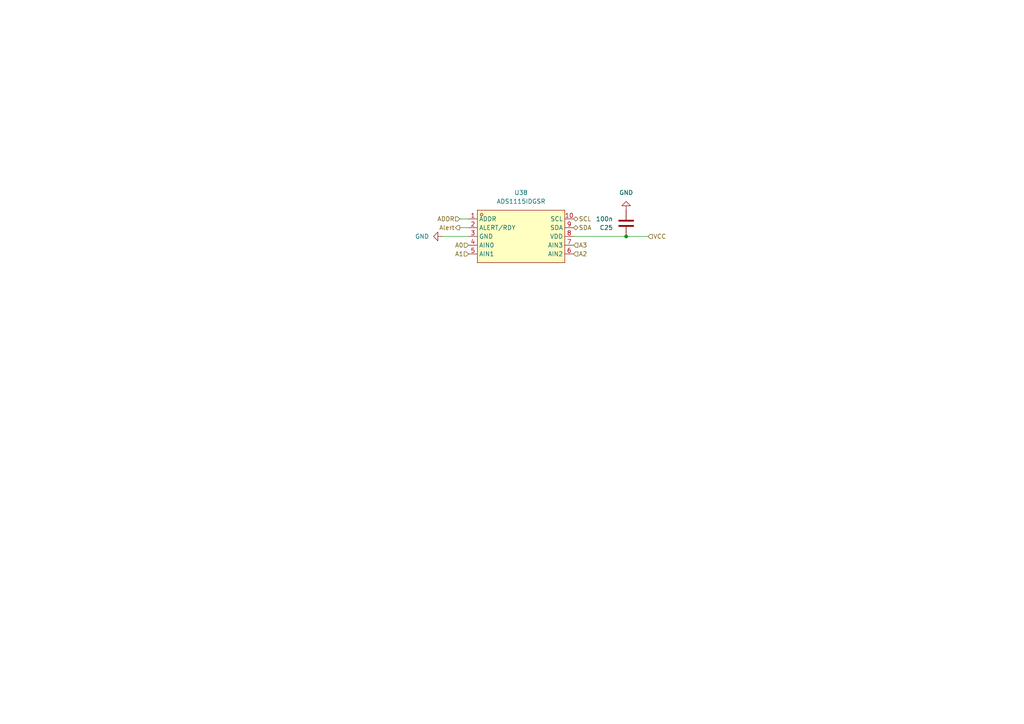
<source format=kicad_sch>
(kicad_sch (version 20250114) (generator "eeschema") (generator_version "9.0")
  (paper "A4")
  (lib_symbols
    (symbol "COMPONENTS:ADS1115IDGSR"
      (property "Reference" "U" (at 0 10.16 0))
      (property "Value" "ADS1115IDGSR" (at 0 -10.16 0))
      (symbol "ADS1115IDGSR_0_1"
        (rectangle (start -12.7 7.62) (end 12.7 -7.62) (fill (type background)))
        (circle (center -11.43 6.35) (radius 0.38))
        (pin unspecified line (at -15.24 5.08 0) (length 2.54) (name "ADDR") (number "1"))
        (pin unspecified line (at -15.24 2.54 0) (length 2.54) (name "ALERT/RDY") (number "2"))
        (pin unspecified line (at -15.24 0 0) (length 2.54) (name "GND") (number "3"))
        (pin unspecified line (at -15.24 -2.54 0) (length 2.54) (name "AIN0") (number "4"))
        (pin unspecified line (at -15.24 -5.08 0) (length 2.54) (name "AIN1") (number "5"))
        (pin unspecified line (at 15.24 5.08 180) (length 2.54) (name "SCL") (number "10"))
        (pin unspecified line (at 15.24 2.54 180) (length 2.54) (name "SDA") (number "9"))
        (pin unspecified line (at 15.24 0 180) (length 2.54) (name "VDD") (number "8"))
        (pin unspecified line (at 15.24 -2.54 180) (length 2.54) (name "AIN3") (number "7"))
        (pin unspecified line (at 15.24 -5.08 180) (length 2.54) (name "AIN2") (number "6"))
      )
    )
    (symbol "Device:C" (pin_numbers (hide yes)) (pin_names (offset 0.254))
      (property "Reference" "C" (at 0.635 2.54 0))
      (property "Value" "C" (at 0.635 -2.54 0))
      (symbol "C_0_1"
        (polyline (pts (xy -2.032 0.762) (xy 2.032 0.762)) (stroke (width 0.508)))
        (polyline (pts (xy -2.032 -0.762) (xy 2.032 -0.762)) (stroke (width 0.508)))
      )
      (symbol "C_1_1"
        (pin passive line (at 0 3.81 270) (length 2.794) (name "~") (number "1"))
        (pin passive line (at 0 -3.81 90) (length 2.794) (name "~") (number "2"))
      )
    )
    (symbol "power:GND" (power) (pin_numbers (hide yes)) (pin_names (offset 0) (hide yes))
      (property "Value" "GND" (at 0 -3.81 0))
      (symbol "GND_0_1"
        (polyline (pts (xy 0 0) (xy 0 -1.27) (xy 1.27 -1.27) (xy 0 -2.54) (xy -1.27 -1.27) (xy 0 -1.27)))
      )
      (symbol "GND_1_1"
        (pin power_in line (at 0 0 270) (length 0) (name "~") (number "1"))
      )
    )
  )
  (junction (at 181.61 68.58))
  (wire (pts (xy 128.27 68.58) (xy 135.89 68.58)))
  (wire (pts (xy 133.35 63.5) (xy 135.89 63.5)))
  (wire (pts (xy 181.61 68.58) (xy 187.96 68.58)))
  (wire (pts (xy 133.35 66.04) (xy 135.89 66.04)))
  (wire (pts (xy 166.37 68.58) (xy 181.61 68.58)))
  (hierarchical_label "Alert" (shape output) (at 133.35 66.04 180))
  (hierarchical_label "ADDR" (shape input) (at 133.35 63.5 180))
  (hierarchical_label "A1" (shape input) (at 135.89 73.66 180))
  (hierarchical_label "A2" (shape input) (at 166.37 73.66 0))
  (hierarchical_label "VCC" (shape input) (at 187.96 68.58 0))
  (hierarchical_label "A0" (shape input) (at 135.89 71.12 180))
  (hierarchical_label "SDA" (shape bidirectional) (at 166.37 66.04 0))
  (hierarchical_label "A3" (shape input) (at 166.37 71.12 0))
  (hierarchical_label "SCL" (shape bidirectional) (at 166.37 63.5 0))
  (symbol (lib_id "power:GND") (at 128.27 68.58 270) (unit 1)
    (property "Reference" "#PWR0167" (effects (hide yes)))
    (property "Value" "GND" (at 124.46 68.5799 90) (effects (justify right)))
    (property "Description" "Power symbol creates a global label with name \"GND\" , ground" (effects (hide yes)))
    (instances (project "Backplane" (path "" (reference "#PWR0167") (unit 1)) (path "" (reference "#PWR0168") (unit 1)) (path "" (reference "#PWR081") (unit 1)) (path "" (reference "#PWR091") (unit 1))))
  )
  (symbol (lib_id "COMPONENTS:ADS1115IDGSR") (at 151.13 68.58 0) (unit 1)
    (property "Reference" "U38" (at 151.13 55.88 0))
    (property "Value" "ADS1115IDGSR" (at 151.13 58.42 0))
    (property "Footprint" "COMPONENTS:MSOP-10_L3.0-W3.0-P0.50-LS5.0-BL" (effects (hide yes)))
    (property "Datasheet" "https://lcsc.com/product-detail/Analog-To-Digital-Converters-ADCs_TI_ADS1115IDGSR_ADS1115IDGSR_C37593.html" (effects (hide yes)))
    (property "LCSC Part" "C37593" (effects (hide yes)))
    (instances (project "Backplane" (path "" (reference "U38") (unit 1)) (path "" (reference "U39") (unit 1)) (path "" (reference "U22") (unit 1)) (path "" (reference "U24") (unit 1))))
  )
  (symbol (lib_id "Device:C") (at 181.61 64.77 180) (unit 1)
    (property "Reference" "C25" (at 177.8 66.0401 0) (effects (justify left)))
    (property "Value" "100n" (at 177.8 63.5001 0) (effects (justify left)))
    (property "Footprint" "Resistor_SMD:R_1206_3216Metric_Pad1.30x1.75mm_HandSolder" (effects (hide yes)))
    (property "Description" "Unpolarized capacitor" (effects (hide yes)))
    (instances (project "Backplane" (path "" (reference "C25") (unit 1)) (path "" (reference "C26") (unit 1)) (path "" (reference "C22") (unit 1)) (path "" (reference "C24") (unit 1))))
  )
  (symbol (lib_id "power:GND") (at 181.61 60.96 180) (unit 1)
    (property "Reference" "#PWR0171" (effects (hide yes)))
    (property "Value" "GND" (at 181.61 55.88 0))
    (property "Description" "Power symbol creates a global label with name \"GND\" , ground" (effects (hide yes)))
    (instances (project "Backplane" (path "" (reference "#PWR0171") (unit 1)) (path "" (reference "#PWR0172") (unit 1)) (path "" (reference "#PWR084") (unit 1)) (path "" (reference "#PWR092") (unit 1))))
  )
)
</source>
